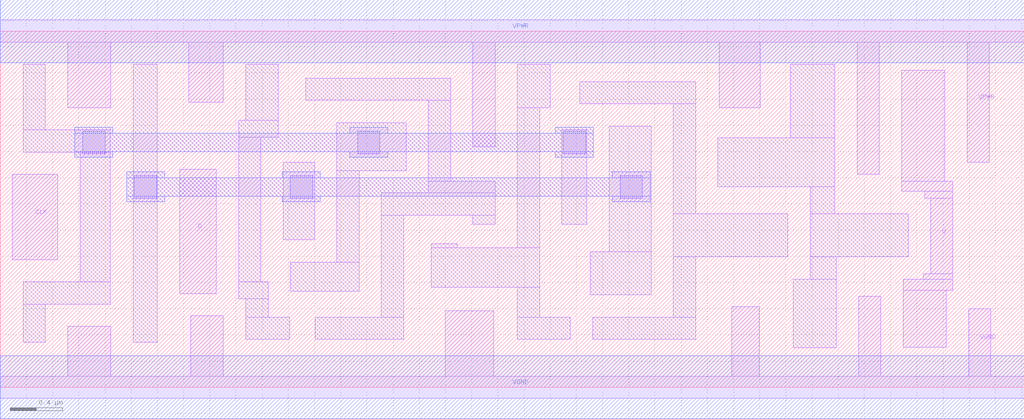
<source format=lef>
# Copyright 2020 The SkyWater PDK Authors
#
# Licensed under the Apache License, Version 2.0 (the "License");
# you may not use this file except in compliance with the License.
# You may obtain a copy of the License at
#
#     https://www.apache.org/licenses/LICENSE-2.0
#
# Unless required by applicable law or agreed to in writing, software
# distributed under the License is distributed on an "AS IS" BASIS,
# WITHOUT WARRANTIES OR CONDITIONS OF ANY KIND, either express or implied.
# See the License for the specific language governing permissions and
# limitations under the License.
#
# SPDX-License-Identifier: Apache-2.0

VERSION 5.5 ;
NAMESCASESENSITIVE ON ;
BUSBITCHARS "[]" ;
DIVIDERCHAR "/" ;
MACRO sky130_fd_sc_hd__dfxtp_2
  CLASS CORE ;
  SOURCE USER ;
  ORIGIN  0.000000  0.000000 ;
  SIZE  7.820000 BY  2.720000 ;
  SYMMETRY X Y R90 ;
  SITE unithd ;
  PIN D
    ANTENNAGATEAREA  0.126000 ;
    DIRECTION INPUT ;
    USE SIGNAL ;
    PORT
      LAYER li1 ;
        RECT 1.370000 0.715000 1.650000 1.665000 ;
    END
  END D
  PIN Q
    ANTENNADIFFAREA  0.445500 ;
    DIRECTION OUTPUT ;
    USE SIGNAL ;
    PORT
      LAYER li1 ;
        RECT 6.885000 1.495000 7.275000 1.575000 ;
        RECT 6.885000 1.575000 7.215000 2.420000 ;
        RECT 6.895000 0.305000 7.225000 0.740000 ;
        RECT 6.895000 0.740000 7.275000 0.825000 ;
        RECT 7.050000 0.825000 7.275000 0.865000 ;
        RECT 7.060000 1.445000 7.275000 1.495000 ;
        RECT 7.105000 0.865000 7.275000 1.445000 ;
    END
  END Q
  PIN CLK
    ANTENNAGATEAREA  0.159000 ;
    DIRECTION INPUT ;
    USE CLOCK ;
    PORT
      LAYER li1 ;
        RECT 0.090000 0.975000 0.440000 1.625000 ;
    END
  END CLK
  PIN VGND
    DIRECTION INOUT ;
    SHAPE ABUTMENT ;
    USE GROUND ;
    PORT
      LAYER li1 ;
        RECT 0.000000 -0.085000 7.820000 0.085000 ;
        RECT 0.515000  0.085000 0.845000 0.465000 ;
        RECT 1.455000  0.085000 1.705000 0.545000 ;
        RECT 3.400000  0.085000 3.770000 0.585000 ;
        RECT 5.585000  0.085000 5.795000 0.615000 ;
        RECT 6.555000  0.085000 6.725000 0.695000 ;
        RECT 7.395000  0.085000 7.565000 0.600000 ;
    END
    PORT
      LAYER met1 ;
        RECT 0.000000 -0.240000 7.820000 0.240000 ;
    END
  END VGND
  PIN VNB
    DIRECTION INOUT ;
    USE GROUND ;
    PORT
    END
  END VNB
  PIN VPB
    DIRECTION INOUT ;
    USE POWER ;
    PORT
    END
  END VPB
  PIN VPWR
    DIRECTION INOUT ;
    SHAPE ABUTMENT ;
    USE POWER ;
    PORT
      LAYER li1 ;
        RECT 0.000000 2.635000 7.820000 2.805000 ;
        RECT 0.515000 2.135000 0.845000 2.635000 ;
        RECT 1.440000 2.175000 1.705000 2.635000 ;
        RECT 3.610000 1.835000 3.780000 2.635000 ;
        RECT 5.490000 2.135000 5.805000 2.635000 ;
        RECT 6.545000 1.625000 6.715000 2.635000 ;
        RECT 7.385000 1.720000 7.555000 2.635000 ;
    END
    PORT
      LAYER met1 ;
        RECT 0.000000 2.480000 7.820000 2.960000 ;
    END
  END VPWR
  OBS
    LAYER li1 ;
      RECT 0.175000 0.345000 0.345000 0.635000 ;
      RECT 0.175000 0.635000 0.840000 0.805000 ;
      RECT 0.175000 1.795000 0.840000 1.965000 ;
      RECT 0.175000 1.965000 0.345000 2.465000 ;
      RECT 0.610000 0.805000 0.840000 1.795000 ;
      RECT 1.015000 0.345000 1.200000 2.465000 ;
      RECT 1.820000 0.675000 2.045000 0.805000 ;
      RECT 1.820000 0.805000 1.990000 1.910000 ;
      RECT 1.820000 1.910000 2.125000 2.040000 ;
      RECT 1.875000 0.365000 2.210000 0.535000 ;
      RECT 1.875000 0.535000 2.045000 0.675000 ;
      RECT 1.875000 2.040000 2.125000 2.465000 ;
      RECT 2.160000 1.125000 2.400000 1.720000 ;
      RECT 2.215000 0.735000 2.740000 0.955000 ;
      RECT 2.335000 2.190000 3.440000 2.360000 ;
      RECT 2.405000 0.365000 3.080000 0.535000 ;
      RECT 2.570000 0.955000 2.740000 1.655000 ;
      RECT 2.570000 1.655000 3.100000 2.020000 ;
      RECT 2.910000 0.535000 3.080000 1.315000 ;
      RECT 2.910000 1.315000 3.780000 1.485000 ;
      RECT 3.270000 1.485000 3.780000 1.575000 ;
      RECT 3.270000 1.575000 3.440000 2.190000 ;
      RECT 3.290000 0.765000 4.120000 1.065000 ;
      RECT 3.290000 1.065000 3.490000 1.095000 ;
      RECT 3.610000 1.245000 3.780000 1.315000 ;
      RECT 3.950000 0.365000 4.355000 0.535000 ;
      RECT 3.950000 0.535000 4.120000 0.765000 ;
      RECT 3.950000 1.065000 4.120000 2.135000 ;
      RECT 3.950000 2.135000 4.200000 2.465000 ;
      RECT 4.290000 1.245000 4.480000 1.965000 ;
      RECT 4.425000 2.165000 5.310000 2.335000 ;
      RECT 4.505000 0.705000 4.970000 1.035000 ;
      RECT 4.525000 0.365000 5.310000 0.535000 ;
      RECT 4.650000 1.035000 4.970000 1.995000 ;
      RECT 5.140000 0.535000 5.310000 0.995000 ;
      RECT 5.140000 0.995000 6.015000 1.325000 ;
      RECT 5.140000 1.325000 5.310000 2.165000 ;
      RECT 5.480000 1.530000 6.375000 1.905000 ;
      RECT 6.035000 1.905000 6.375000 2.465000 ;
      RECT 6.055000 0.300000 6.385000 0.825000 ;
      RECT 6.185000 0.825000 6.385000 0.995000 ;
      RECT 6.185000 0.995000 6.935000 1.325000 ;
      RECT 6.185000 1.325000 6.375000 1.530000 ;
    LAYER mcon ;
      RECT 0.630000 1.785000 0.800000 1.955000 ;
      RECT 1.025000 1.445000 1.195000 1.615000 ;
      RECT 2.215000 1.445000 2.385000 1.615000 ;
      RECT 2.730000 1.785000 2.900000 1.955000 ;
      RECT 4.300000 1.785000 4.470000 1.955000 ;
      RECT 4.735000 1.445000 4.905000 1.615000 ;
    LAYER met1 ;
      RECT 0.570000 1.755000 0.860000 1.800000 ;
      RECT 0.570000 1.800000 4.530000 1.940000 ;
      RECT 0.570000 1.940000 0.860000 1.985000 ;
      RECT 0.965000 1.415000 1.255000 1.460000 ;
      RECT 0.965000 1.460000 4.965000 1.600000 ;
      RECT 0.965000 1.600000 1.255000 1.645000 ;
      RECT 2.155000 1.415000 2.445000 1.460000 ;
      RECT 2.155000 1.600000 2.445000 1.645000 ;
      RECT 2.670000 1.755000 2.960000 1.800000 ;
      RECT 2.670000 1.940000 2.960000 1.985000 ;
      RECT 4.240000 1.755000 4.530000 1.800000 ;
      RECT 4.240000 1.940000 4.530000 1.985000 ;
      RECT 4.675000 1.415000 4.965000 1.460000 ;
      RECT 4.675000 1.600000 4.965000 1.645000 ;
  END
END sky130_fd_sc_hd__dfxtp_2
END LIBRARY

</source>
